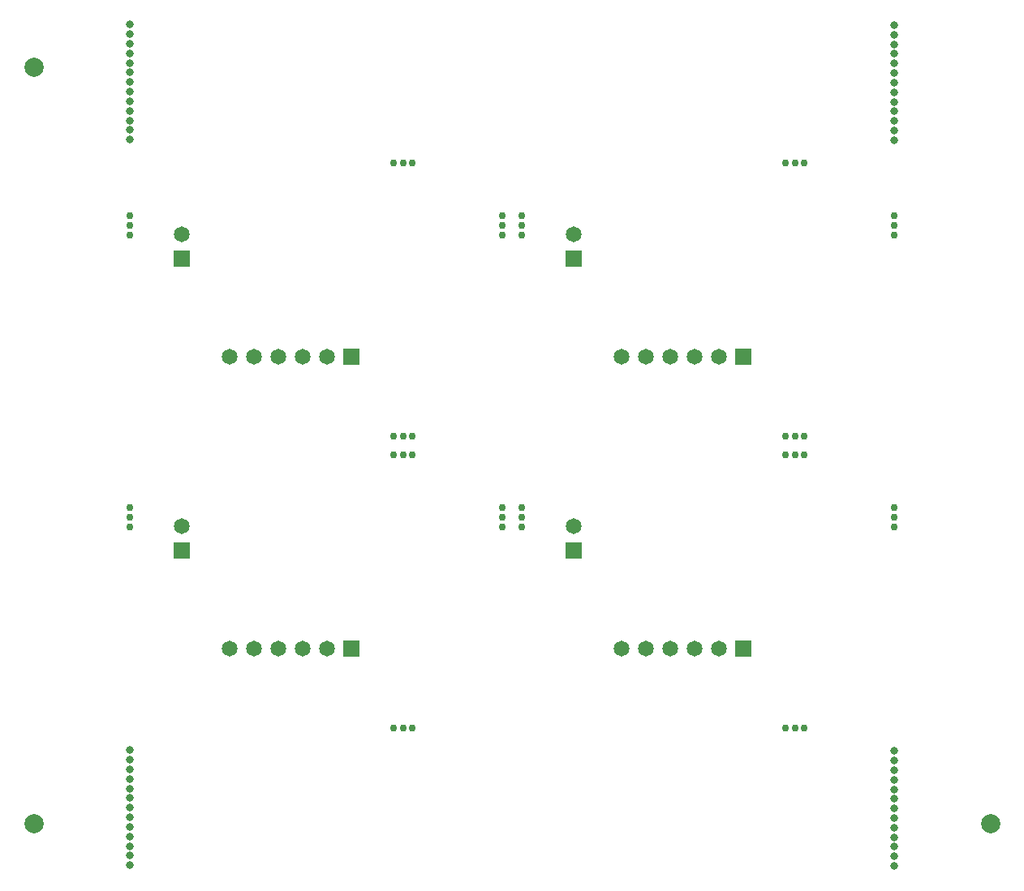
<source format=gbs>
G04*
G04 #@! TF.GenerationSoftware,Altium Limited,Altium Designer,24.0.1 (36)*
G04*
G04 Layer_Color=16711935*
%FSLAX24Y24*%
%MOIN*%
G70*
G04*
G04 #@! TF.SameCoordinates,9228D32E-8527-4A6C-AAF6-1CDB9724A3A0*
G04*
G04*
G04 #@! TF.FilePolarity,Negative*
G04*
G01*
G75*
%ADD55C,0.0787*%
%ADD74C,0.0316*%
%ADD75C,0.0296*%
%ADD76R,0.0651X0.0651*%
%ADD77C,0.0651*%
%ADD78R,0.0651X0.0651*%
D55*
X1969Y33071D02*
D03*
X41260Y1969D02*
D03*
X1969D02*
D03*
D74*
X37323Y4961D02*
D03*
Y4173D02*
D03*
Y4567D02*
D03*
Y630D02*
D03*
Y1024D02*
D03*
Y1417D02*
D03*
Y2205D02*
D03*
Y1811D02*
D03*
Y2992D02*
D03*
Y2598D02*
D03*
Y3780D02*
D03*
Y3386D02*
D03*
Y236D02*
D03*
Y30079D02*
D03*
Y30866D02*
D03*
Y30472D02*
D03*
Y34409D02*
D03*
Y34016D02*
D03*
Y33622D02*
D03*
Y32835D02*
D03*
Y33228D02*
D03*
Y32047D02*
D03*
Y32441D02*
D03*
Y31260D02*
D03*
Y31654D02*
D03*
Y34803D02*
D03*
X5906Y34825D02*
D03*
Y31675D02*
D03*
Y31282D02*
D03*
Y32463D02*
D03*
Y32069D02*
D03*
Y33250D02*
D03*
Y32856D02*
D03*
Y33644D02*
D03*
Y34037D02*
D03*
Y34431D02*
D03*
Y30494D02*
D03*
Y30888D02*
D03*
Y30100D02*
D03*
Y4990D02*
D03*
Y4203D02*
D03*
Y4596D02*
D03*
Y659D02*
D03*
Y1053D02*
D03*
Y1447D02*
D03*
Y2234D02*
D03*
Y1840D02*
D03*
Y3022D02*
D03*
Y2628D02*
D03*
Y3809D02*
D03*
Y3415D02*
D03*
Y266D02*
D03*
D75*
X17520Y5906D02*
D03*
X17126D02*
D03*
X16732D02*
D03*
X5906Y14173D02*
D03*
Y14567D02*
D03*
Y14961D02*
D03*
X21220Y14173D02*
D03*
Y14567D02*
D03*
Y14961D02*
D03*
X17520Y17126D02*
D03*
X17126D02*
D03*
X16732D02*
D03*
X33622Y5906D02*
D03*
X33228D02*
D03*
X32835D02*
D03*
X22008Y14173D02*
D03*
Y14567D02*
D03*
Y14961D02*
D03*
X37323Y14173D02*
D03*
Y14567D02*
D03*
Y14961D02*
D03*
X33622Y17126D02*
D03*
X33228D02*
D03*
X32835D02*
D03*
X17520Y17913D02*
D03*
X17126D02*
D03*
X16732D02*
D03*
X5906Y26181D02*
D03*
Y26575D02*
D03*
Y26969D02*
D03*
X21220Y26181D02*
D03*
Y26575D02*
D03*
Y26969D02*
D03*
X17520Y29134D02*
D03*
X17126D02*
D03*
X16732D02*
D03*
X33622Y17913D02*
D03*
X33228D02*
D03*
X32835D02*
D03*
X22008Y26181D02*
D03*
Y26575D02*
D03*
Y26969D02*
D03*
X37323Y26181D02*
D03*
Y26575D02*
D03*
Y26969D02*
D03*
X33622Y29134D02*
D03*
X33228D02*
D03*
X32835D02*
D03*
D76*
X8041Y13213D02*
D03*
X24144D02*
D03*
X8041Y25220D02*
D03*
X24144D02*
D03*
D77*
X8041Y14213D02*
D03*
X14000Y9173D02*
D03*
X13000D02*
D03*
X12000D02*
D03*
X11000D02*
D03*
X10000D02*
D03*
X24144Y14213D02*
D03*
X30102Y9173D02*
D03*
X29102D02*
D03*
X28102D02*
D03*
X27102D02*
D03*
X26102D02*
D03*
X8041Y26220D02*
D03*
X14000Y21181D02*
D03*
X13000D02*
D03*
X12000D02*
D03*
X11000D02*
D03*
X10000D02*
D03*
X24144Y26220D02*
D03*
X30102Y21181D02*
D03*
X29102D02*
D03*
X28102D02*
D03*
X27102D02*
D03*
X26102D02*
D03*
D78*
X15000Y9173D02*
D03*
X31102D02*
D03*
X15000Y21181D02*
D03*
X31102D02*
D03*
M02*

</source>
